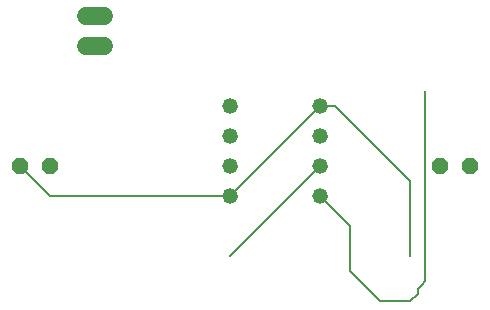
<source format=gbr>
G04 EAGLE Gerber RS-274X export*
G75*
%MOMM*%
%FSLAX34Y34*%
%LPD*%
%INBottom Copper*%
%IPPOS*%
%AMOC8*
5,1,8,0,0,1.08239X$1,22.5*%
G01*
%ADD10C,1.320800*%
%ADD11C,1.524000*%
%ADD12P,1.429621X8X22.500000*%
%ADD13P,1.429621X8X202.500000*%
%ADD14C,0.203200*%


D10*
X215900Y215900D03*
X215900Y190500D03*
X292100Y190500D03*
X292100Y215900D03*
X215900Y165100D03*
X215900Y139700D03*
X292100Y165100D03*
X292100Y139700D03*
D11*
X109220Y266700D02*
X93980Y266700D01*
X93980Y292100D02*
X109220Y292100D01*
D12*
X38100Y165100D03*
X63500Y165100D03*
D13*
X419100Y165100D03*
X393700Y165100D03*
D14*
X292100Y165100D02*
X215900Y88900D01*
X215900Y139700D02*
X63500Y139700D01*
X38100Y165100D01*
X215900Y139700D02*
X292100Y215900D01*
X304800Y215900D01*
X368300Y152400D02*
X368300Y88900D01*
X368300Y152400D02*
X304800Y215900D01*
X292100Y139700D02*
X317500Y114300D01*
X317500Y76200D01*
X342900Y50800D01*
X368300Y50800D01*
X374802Y57302D01*
X378476Y65071D02*
X381000Y68079D01*
X374802Y61397D02*
X374802Y57302D01*
X374802Y61397D02*
X378476Y65071D01*
X381000Y68079D02*
X381000Y228600D01*
M02*

</source>
